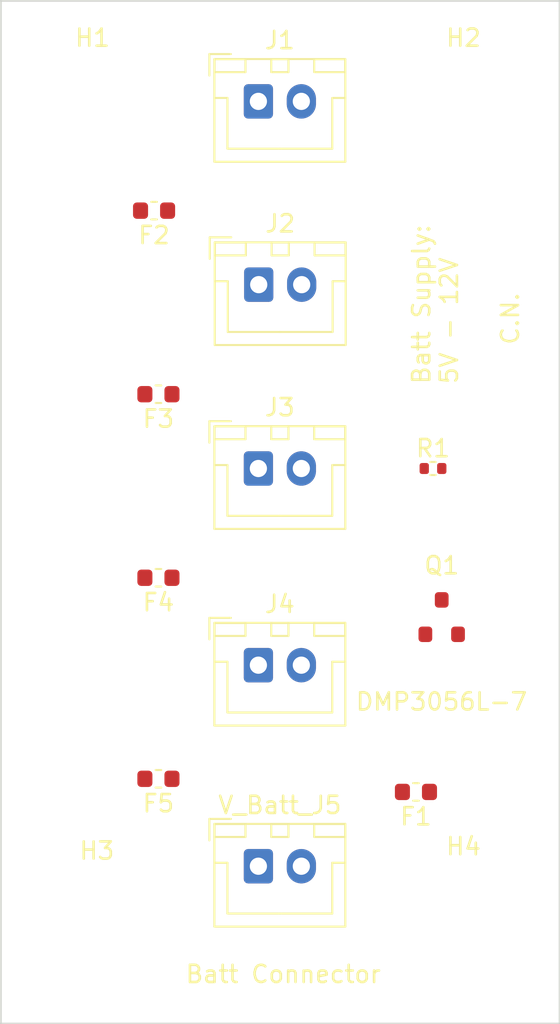
<source format=kicad_pcb>
(kicad_pcb (version 20221018) (generator pcbnew)
  (layers (0 "F.Cu" signal) (31 "B.Cu" signal) (34 "B.Paste" user) (35 "F.Paste" user) (36 "B.SilkS" user "B.Silkscreen") (37 "F.SilkS" user "F.Silkscreen") (38 "B.Mask" user) (39 "F.Mask" user) (44 "Edge.Cuts" user))
  (net 0 "")
  (net 1 "Net-(Q1-D)")
  (net 2 "Net-(J1-Pin_1)")
  (net 3 "Net-(Q1-S)")
  (net 4 "Net-(J2-Pin_1)")
  (net 5 "Net-(J3-Pin_1)")
  (net 6 "Net-(J4-Pin_1)")
  (net 7 "+ V_Batt")
  (net 8 "- V_BATT")
  (net 9 "Net-(Q1-G)")
  (footprint "MountingHole:MountingHole_3.2mm_M3" (layer "F.Cu") (at 89.408 110.744)
    (fp_text reference "H3" (at 0 -4.2) (layer "F.SilkS"))
    (fp_text value "MountingHole")
    (pad "" np_thru_hole circle (at 0 0) (size 3.2 3.2) (drill 3.2) (layers "F&B.Cu" "*.Mask"))
  )
  (footprint "Connector_JST:JST_XH_B2B-XH-A_1x02_P2.50mm_Vertical" (layer "F.Cu") (at 98.806 84.328)
    (fp_text reference "J3" (at 1.25 -3.55) (layer "F.SilkS"))
    (fp_text value "Conn_01x02")
    (fp_line (start -2.85 -2.75) (end -2.85 -1.5) (stroke (width 0.12)) (layer "F.SilkS"))
    (fp_line (start -2.56 -2.46) (end -2.56 3.51) (stroke (width 0.12)) (layer "F.SilkS"))
    (fp_line (start -2.56 3.51) (end 5.06 3.51) (stroke (width 0.12)) (layer "F.SilkS"))
    (fp_line (start -2.55 -2.45) (end -2.55 -1.7) (stroke (width 0.12)) (layer "F.SilkS"))
    (fp_line (start -2.55 -1.7) (end -0.75 -1.7) (stroke (width 0.12)) (layer "F.SilkS"))
    (fp_line (start -2.55 -0.2) (end -1.8 -0.2) (stroke (width 0.12)) (layer "F.SilkS"))
    (fp_line (start -1.8 -0.2) (end -1.8 2.75) (stroke (width 0.12)) (layer "F.SilkS"))
    (fp_line (start -1.8 2.75) (end 1.25 2.75) (stroke (width 0.12)) (layer "F.SilkS"))
    (fp_line (start -1.6 -2.75) (end -2.85 -2.75) (stroke (width 0.12)) (layer "F.SilkS"))
    (fp_line (start -0.75 -2.45) (end -2.55 -2.45) (stroke (width 0.12)) (layer "F.SilkS"))
    (fp_line (start -0.75 -1.7) (end -0.75 -2.45) (stroke (width 0.12)) (layer "F.SilkS"))
    (fp_line (start 0.75 -2.45) (end 0.75 -1.7) (stroke (width 0.12)) (layer "F.SilkS"))
    (fp_line (start 0.75 -1.7) (end 1.75 -1.7) (stroke (width 0.12)) (layer "F.SilkS"))
    (fp_line (start 1.75 -2.45) (end 0.75 -2.45) (stroke (width 0.12)) (layer "F.SilkS"))
    (fp_line (start 1.75 -1.7) (end 1.75 -2.45) (stroke (width 0.12)) (layer "F.SilkS"))
    (fp_line (start 3.25 -2.45) (end 3.25 -1.7) (stroke (width 0.12)) (layer "F.SilkS"))
    (fp_line (start 3.25 -1.7) (end 5.05 -1.7) (stroke (width 0.12)) (layer "F.SilkS"))
    (fp_line (start 4.3 -0.2) (end 4.3 2.75) (stroke (width 0.12)) (layer "F.SilkS"))
    (fp_line (start 4.3 2.75) (end 1.25 2.75) (stroke (width 0.12)) (layer "F.SilkS"))
    (fp_line (start 5.05 -2.45) (end 3.25 -2.45) (stroke (width 0.12)) (layer "F.SilkS"))
    (fp_line (start 5.05 -1.7) (end 5.05 -2.45) (stroke (width 0.12)) (layer "F.SilkS"))
    (fp_line (start 5.05 -0.2) (end 4.3 -0.2) (stroke (width 0.12)) (layer "F.SilkS"))
    (fp_line (start 5.06 -2.46) (end -2.56 -2.46) (stroke (width 0.12)) (layer "F.SilkS"))
    (fp_line (start 5.06 3.51) (end 5.06 -2.46) (stroke (width 0.12)) (layer "F.SilkS"))
    (pad "1" thru_hole roundrect (at 0 0) (size 1.7 2) (drill 1) (layers "*.Cu" "*.Mask") (roundrect_rratio 0.147059) (net 5 "Net-(J3-Pin_1)"))
    (pad "2" thru_hole oval (at 2.5 0) (size 1.7 2) (drill 1) (layers "*.Cu" "*.Mask") (net 8 "- V_BATT"))
  )
  (footprint "Connector_JST:JST_XH_B2B-XH-A_1x02_P2.50mm_Vertical" (layer "F.Cu") (at 98.806 107.442)
    (fp_text reference "V_Batt_J5" (at 1.25 -3.55) (layer "F.SilkS"))
    (fp_text value " Conn_01x02")
    (fp_line (start -2.85 -2.75) (end -2.85 -1.5) (stroke (width 0.12)) (layer "F.SilkS"))
    (fp_line (start -2.56 -2.46) (end -2.56 3.51) (stroke (width 0.12)) (layer "F.SilkS"))
    (fp_line (start -2.56 3.51) (end 5.06 3.51) (stroke (width 0.12)) (layer "F.SilkS"))
    (fp_line (start -2.55 -2.45) (end -2.55 -1.7) (stroke (width 0.12)) (layer "F.SilkS"))
    (fp_line (start -2.55 -1.7) (end -0.75 -1.7) (stroke (width 0.12)) (layer "F.SilkS"))
    (fp_line (start -2.55 -0.2) (end -1.8 -0.2) (stroke (width 0.12)) (layer "F.SilkS"))
    (fp_line (start -1.8 -0.2) (end -1.8 2.75) (stroke (width 0.12)) (layer "F.SilkS"))
    (fp_line (start -1.8 2.75) (end 1.25 2.75) (stroke (width 0.12)) (layer "F.SilkS"))
    (fp_line (start -1.6 -2.75) (end -2.85 -2.75) (stroke (width 0.12)) (layer "F.SilkS"))
    (fp_line (start -0.75 -2.45) (end -2.55 -2.45) (stroke (width 0.12)) (layer "F.SilkS"))
    (fp_line (start -0.75 -1.7) (end -0.75 -2.45) (stroke (width 0.12)) (layer "F.SilkS"))
    (fp_line (start 0.75 -2.45) (end 0.75 -1.7) (stroke (width 0.12)) (layer "F.SilkS"))
    (fp_line (start 0.75 -1.7) (end 1.75 -1.7) (stroke (width 0.12)) (layer "F.SilkS"))
    (fp_line (start 1.75 -2.45) (end 0.75 -2.45) (stroke (width 0.12)) (layer "F.SilkS"))
    (fp_line (start 1.75 -1.7) (end 1.75 -2.45) (stroke (width 0.12)) (layer "F.SilkS"))
    (fp_line (start 3.25 -2.45) (end 3.25 -1.7) (stroke (width 0.12)) (layer "F.SilkS"))
    (fp_line (start 3.25 -1.7) (end 5.05 -1.7) (stroke (width 0.12)) (layer "F.SilkS"))
    (fp_line (start 4.3 -0.2) (end 4.3 2.75) (stroke (width 0.12)) (layer "F.SilkS"))
    (fp_line (start 4.3 2.75) (end 1.25 2.75) (stroke (width 0.12)) (layer "F.SilkS"))
    (fp_line (start 5.05 -2.45) (end 3.25 -2.45) (stroke (width 0.12)) (layer "F.SilkS"))
    (fp_line (start 5.05 -1.7) (end 5.05 -2.45) (stroke (width 0.12)) (layer "F.SilkS"))
    (fp_line (start 5.05 -0.2) (end 4.3 -0.2) (stroke (width 0.12)) (layer "F.SilkS"))
    (fp_line (start 5.06 -2.46) (end -2.56 -2.46) (stroke (width 0.12)) (layer "F.SilkS"))
    (fp_line (start 5.06 3.51) (end 5.06 -2.46) (stroke (width 0.12)) (layer "F.SilkS"))
    (pad "1" thru_hole roundrect (at 0 0) (size 1.7 2) (drill 1) (layers "*.Cu" "*.Mask") (roundrect_rratio 0.147059) (net 7 "+ V_Batt"))
    (pad "2" thru_hole oval (at 2.5 0) (size 1.7 2) (drill 1) (layers "*.Cu" "*.Mask") (net 8 "- V_BATT"))
  )
  (footprint "Fuse:Fuse_0603_1608Metric" (layer "F.Cu") (at 92.9895 90.678 180)
    (fp_text reference "F4" (at 0 -1.43) (layer "F.SilkS"))
    (fp_text value "500mA Fuse")
    (fp_line (start -0.162779 -0.51) (end 0.162779 -0.51) (stroke (width 0.12)) (layer "F.SilkS"))
    (fp_line (start -0.162779 0.51) (end 0.162779 0.51) (stroke (width 0.12)) (layer "F.SilkS"))
    (pad "1" smd roundrect (at -0.7875 0 180) (size 0.875 0.95) (layers "F.Cu" "F.Paste" "F.Mask") (net 5 "Net-(J3-Pin_1)"))
    (pad "2" smd roundrect (at 0.7875 0 180) (size 0.875 0.95) (layers "F.Cu" "F.Paste" "F.Mask") (net 3 "Net-(Q1-S)"))
  )
  (footprint "Fuse:Fuse_0603_1608Metric" (layer "F.Cu") (at 92.9895 102.362 180)
    (fp_text reference "F5" (at 0 -1.43) (layer "F.SilkS"))
    (fp_text value "500mA Fuse")
    (fp_line (start -0.162779 -0.51) (end 0.162779 -0.51) (stroke (width 0.12)) (layer "F.SilkS"))
    (fp_line (start -0.162779 0.51) (end 0.162779 0.51) (stroke (width 0.12)) (layer "F.SilkS"))
    (pad "1" smd roundrect (at -0.7875 0 180) (size 0.875 0.95) (layers "F.Cu" "F.Paste" "F.Mask") (net 6 "Net-(J4-Pin_1)"))
    (pad "2" smd roundrect (at 0.7875 0 180) (size 0.875 0.95) (layers "F.Cu" "F.Paste" "F.Mask") (net 3 "Net-(Q1-S)"))
  )
  (footprint "Transistor_Packages:SOT23_Standard" (layer "F.Cu") (at 109.474 92.964)
    (fp_text reference "Q1" (at 0 -3 unlocked) (layer "F.SilkS"))
    (fp_text value "Q_PMOS_DGS")
    (fp_text user "DMP3056L-7" (at -5.08 5.5 unlocked) (layer "F.SilkS") (effects (justify left bottom)))
    (pad "1" smd roundrect (at 0.95 1) (size 0.8 0.9) (layers "F.Cu" "F.Paste" "F.Mask") (net 1 "Net-(Q1-D)"))
    (pad "2" smd roundrect (at 0 -1) (size 0.8 0.9) (layers "F.Cu" "F.Paste" "F.Mask") (net 9 "Net-(Q1-G)"))
    (pad "3" smd roundrect (at -0.95 1) (size 0.8 0.9) (layers "F.Cu" "F.Paste" "F.Mask") (net 3 "Net-(Q1-S)"))
  )
  (footprint "Connector_JST:JST_XH_B2B-XH-A_1x02_P2.50mm_Vertical" (layer "F.Cu") (at 98.806 62.992)
    (fp_text reference "J1" (at 1.25 -3.55) (layer "F.SilkS"))
    (fp_text value "Conn_01x02")
    (fp_line (start -2.85 -2.75) (end -2.85 -1.5) (stroke (width 0.12)) (layer "F.SilkS"))
    (fp_line (start -2.56 -2.46) (end -2.56 3.51) (stroke (width 0.12)) (layer "F.SilkS"))
    (fp_line (start -2.56 3.51) (end 5.06 3.51) (stroke (width 0.12)) (layer "F.SilkS"))
    (fp_line (start -2.55 -2.45) (end -2.55 -1.7) (stroke (width 0.12)) (layer "F.SilkS"))
    (fp_line (start -2.55 -1.7) (end -0.75 -1.7) (stroke (width 0.12)) (layer "F.SilkS"))
    (fp_line (start -2.55 -0.2) (end -1.8 -0.2) (stroke (width 0.12)) (layer "F.SilkS"))
    (fp_line (start -1.8 -0.2) (end -1.8 2.75) (stroke (width 0.12)) (layer "F.SilkS"))
    (fp_line (start -1.8 2.75) (end 1.25 2.75) (stroke (width 0.12)) (layer "F.SilkS"))
    (fp_line (start -1.6 -2.75) (end -2.85 -2.75) (stroke (width 0.12)) (layer "F.SilkS"))
    (fp_line (start -0.75 -2.45) (end -2.55 -2.45) (stroke (width 0.12)) (layer "F.SilkS"))
    (fp_line (start -0.75 -1.7) (end -0.75 -2.45) (stroke (width 0.12)) (layer "F.SilkS"))
    (fp_line (start 0.75 -2.45) (end 0.75 -1.7) (stroke (width 0.12)) (layer "F.SilkS"))
    (fp_line (start 0.75 -1.7) (end 1.75 -1.7) (stroke (width 0.12)) (layer "F.SilkS"))
    (fp_line (start 1.75 -2.45) (end 0.75 -2.45) (stroke (width 0.12)) (layer "F.SilkS"))
    (fp_line (start 1.75 -1.7) (end 1.75 -2.45) (stroke (width 0.12)) (layer "F.SilkS"))
    (fp_line (start 3.25 -2.45) (end 3.25 -1.7) (stroke (width 0.12)) (layer "F.SilkS"))
    (fp_line (start 3.25 -1.7) (end 5.05 -1.7) (stroke (width 0.12)) (layer "F.SilkS"))
    (fp_line (start 4.3 -0.2) (end 4.3 2.75) (stroke (width 0.12)) (layer "F.SilkS"))
    (fp_line (start 4.3 2.75) (end 1.25 2.75) (stroke (width 0.12)) (layer "F.SilkS"))
    (fp_line (start 5.05 -2.45) (end 3.25 -2.45) (stroke (width 0.12)) (layer "F.SilkS"))
    (fp_line (start 5.05 -1.7) (end 5.05 -2.45) (stroke (width 0.12)) (layer "F.SilkS"))
    (fp_line (start 5.05 -0.2) (end 4.3 -0.2) (stroke (width 0.12)) (layer "F.SilkS"))
    (fp_line (start 5.06 -2.46) (end -2.56 -2.46) (stroke (width 0.12)) (layer "F.SilkS"))
    (fp_line (start 5.06 3.51) (end 5.06 -2.46) (stroke (width 0.12)) (layer "F.SilkS"))
    (pad "1" thru_hole roundrect (at 0 0) (size 1.7 2) (drill 1) (layers "*.Cu" "*.Mask") (roundrect_rratio 0.147059) (net 2 "Net-(J1-Pin_1)"))
    (pad "2" thru_hole oval (at 2.5 0) (size 1.7 2) (drill 1) (layers "*.Cu" "*.Mask") (net 8 "- V_BATT"))
  )
  (footprint "Fuse:Fuse_0603_1608Metric" (layer "F.Cu") (at 107.9755 103.124 180)
    (fp_text reference "F1" (at 0 -1.43) (layer "F.SilkS"))
    (fp_text value "800mA Fuse")
    (fp_line (start -0.162779 -0.51) (end 0.162779 -0.51) (stroke (width 0.12)) (layer "F.SilkS"))
    (fp_line (start -0.162779 0.51) (end 0.162779 0.51) (stroke (width 0.12)) (layer "F.SilkS"))
    (pad "1" smd roundrect (at -0.7875 0 180) (size 0.875 0.95) (layers "F.Cu" "F.Paste" "F.Mask") (net 7 "+ V_Batt"))
    (pad "2" smd roundrect (at 0.7875 0 180) (size 0.875 0.95) (layers "F.Cu" "F.Paste" "F.Mask") (net 1 "Net-(Q1-D)"))
  )
  (footprint "MountingHole:MountingHole_3.2mm_M3" (layer "F.Cu") (at 89.154 63.5)
    (fp_text reference "H1" (at 0 -4.2) (layer "F.SilkS"))
    (fp_text value "MountingHole")
    (pad "" np_thru_hole circle (at 0 0) (size 3.2 3.2) (drill 3.2) (layers "*.Cu" "*.Mask"))
  )
  (footprint "Connector_JST:JST_XH_B2B-XH-A_1x02_P2.50mm_Vertical" (layer "F.Cu") (at 98.826 73.643)
    (fp_text reference "J2" (at 1.25 -3.55) (layer "F.SilkS"))
    (fp_text value "Conn_01x02")
    (fp_line (start -2.85 -2.75) (end -2.85 -1.5) (stroke (width 0.12)) (layer "F.SilkS"))
    (fp_line (start -2.56 -2.46) (end -2.56 3.51) (stroke (width 0.12)) (layer "F.SilkS"))
    (fp_line (start -2.56 3.51) (end 5.06 3.51) (stroke (width 0.12)) (layer "F.SilkS"))
    (fp_line (start -2.55 -2.45) (end -2.55 -1.7) (stroke (width 0.12)) (layer "F.SilkS"))
    (fp_line (start -2.55 -1.7) (end -0.75 -1.7) (stroke (width 0.12)) (layer "F.SilkS"))
    (fp_line (start -2.55 -0.2) (end -1.8 -0.2) (stroke (width 0.12)) (layer "F.SilkS"))
    (fp_line (start -1.8 -0.2) (end -1.8 2.75) (stroke (width 0.12)) (layer "F.SilkS"))
    (fp_line (start -1.8 2.75) (end 1.25 2.75) (stroke (width 0.12)) (layer "F.SilkS"))
    (fp_line (start -1.6 -2.75) (end -2.85 -2.75) (stroke (width 0.12)) (layer "F.SilkS"))
    (fp_line (start -0.75 -2.45) (end -2.55 -2.45) (stroke (width 0.12)) (layer "F.SilkS"))
    (fp_line (start -0.75 -1.7) (end -0.75 -2.45) (stroke (width 0.12)) (layer "F.SilkS"))
    (fp_line (start 0.75 -2.45) (end 0.75 -1.7) (stroke (width 0.12)) (layer "F.SilkS"))
    (fp_line (start 0.75 -1.7) (end 1.75 -1.7) (stroke (width 0.12)) (layer "F.SilkS"))
    (fp_line (start 1.75 -2.45) (end 0.75 -2.45) (stroke (width 0.12)) (layer "F.SilkS"))
    (fp_line (start 1.75 -1.7) (end 1.75 -2.45) (stroke (width 0.12)) (layer "F.SilkS"))
    (fp_line (start 3.25 -2.45) (end 3.25 -1.7) (stroke (width 0.12)) (layer "F.SilkS"))
    (fp_line (start 3.25 -1.7) (end 5.05 -1.7) (stroke (width 0.12)) (layer "F.SilkS"))
    (fp_line (start 4.3 -0.2) (end 4.3 2.75) (stroke (width 0.12)) (layer "F.SilkS"))
    (fp_line (start 4.3 2.75) (end 1.25 2.75) (stroke (width 0.12)) (layer "F.SilkS"))
    (fp_line (start 5.05 -2.45) (end 3.25 -2.45) (stroke (width 0.12)) (layer "F.SilkS"))
    (fp_line (start 5.05 -1.7) (end 5.05 -2.45) (stroke (width 0.12)) (layer "F.SilkS"))
    (fp_line (start 5.05 -0.2) (end 4.3 -0.2) (stroke (width 0.12)) (layer "F.SilkS"))
    (fp_line (start 5.06 -2.46) (end -2.56 -2.46) (stroke (width 0.12)) (layer "F.SilkS"))
    (fp_line (start 5.06 3.51) (end 5.06 -2.46) (stroke (width 0.12)) (layer "F.SilkS"))
    (pad "1" thru_hole roundrect (at 0 0) (size 1.7 2) (drill 1) (layers "*.Cu" "*.Mask") (roundrect_rratio 0.147059) (net 4 "Net-(J2-Pin_1)"))
    (pad "2" thru_hole oval (at 2.5 0) (size 1.7 2) (drill 1) (layers "*.Cu" "*.Mask") (net 8 "- V_BATT"))
  )
  (footprint "Resistor_SMD:R_0402_1005Metric" (layer "F.Cu") (at 108.968 84.328)
    (fp_text reference "R1" (at 0 -1.17) (layer "F.SilkS"))
    (fp_text value "1K")
    (fp_line (start -0.153641 -0.38) (end 0.153641 -0.38) (stroke (width 0.12)) (layer "F.SilkS"))
    (fp_line (start -0.153641 0.38) (end 0.153641 0.38) (stroke (width 0.12)) (layer "F.SilkS"))
    (pad "1" smd roundrect (at -0.51 0) (size 0.54 0.64) (layers "F.Cu" "F.Paste" "F.Mask") (net 9 "Net-(Q1-G)"))
    (pad "2" smd roundrect (at 0.51 0) (size 0.54 0.64) (layers "F.Cu" "F.Paste" "F.Mask") (net 8 "- V_BATT"))
  )
  (footprint "Connector_JST:JST_XH_B2B-XH-A_1x02_P2.50mm_Vertical" (layer "F.Cu") (at 98.806 95.758)
    (fp_text reference "J4" (at 1.25 -3.55) (layer "F.SilkS"))
    (fp_text value "Conn_01x02")
    (fp_line (start -2.85 -2.75) (end -2.85 -1.5) (stroke (width 0.12)) (layer "F.SilkS"))
    (fp_line (start -2.56 -2.46) (end -2.56 3.51) (stroke (width 0.12)) (layer "F.SilkS"))
    (fp_line (start -2.56 3.51) (end 5.06 3.51) (stroke (width 0.12)) (layer "F.SilkS"))
    (fp_line (start -2.55 -2.45) (end -2.55 -1.7) (stroke (width 0.12)) (layer "F.SilkS"))
    (fp_line (start -2.55 -1.7) (end -0.75 -1.7) (stroke (width 0.12)) (layer "F.SilkS"))
    (fp_line (start -2.55 -0.2) (end -1.8 -0.2) (stroke (width 0.12)) (layer "F.SilkS"))
    (fp_line (start -1.8 -0.2) (end -1.8 2.75) (stroke (width 0.12)) (layer "F.SilkS"))
    (fp_line (start -1.8 2.75) (end 1.25 2.75) (stroke (width 0.12)) (layer "F.SilkS"))
    (fp_line (start -1.6 -2.75) (end -2.85 -2.75) (stroke (width 0.12)) (layer "F.SilkS"))
    (fp_line (start -0.75 -2.45) (end -2.55 -2.45) (stroke (width 0.12)) (layer "F.SilkS"))
    (fp_line (start -0.75 -1.7) (end -0.75 -2.45) (stroke (width 0.12)) (layer "F.SilkS"))
    (fp_line (start 0.75 -2.45) (end 0.75 -1.7) (stroke (width 0.12)) (layer "F.SilkS"))
    (fp_line (start 0.75 -1.7) (end 1.75 -1.7) (stroke (width 0.12)) (layer "F.SilkS"))
    (fp_line (start 1.75 -2.45) (end 0.75 -2.45) (stroke (width 0.12)) (layer "F.SilkS"))
    (fp_line (start 1.75 -1.7) (end 1.75 -2.45) (stroke (width 0.12)) (layer "F.SilkS"))
    (fp_line (start 3.25 -2.45) (end 3.25 -1.7) (stroke (width 0.12)) (layer "F.SilkS"))
    (fp_line (start 3.25 -1.7) (end 5.05 -1.7) (stroke (width 0.12)) (layer "F.SilkS"))
    (fp_line (start 4.3 -0.2) (end 4.3 2.75) (stroke (width 0.12)) (layer "F.SilkS"))
    (fp_line (start 4.3 2.75) (end 1.25 2.75) (stroke (width 0.12)) (layer "F.SilkS"))
    (fp_line (start 5.05 -2.45) (end 3.25 -2.45) (stroke (width 0.12)) (layer "F.SilkS"))
    (fp_line (start 5.05 -1.7) (end 5.05 -2.45) (stroke (width 0.12)) (layer "F.SilkS"))
    (fp_line (start 5.05 -0.2) (end 4.3 -0.2) (stroke (width 0.12)) (layer "F.SilkS"))
    (fp_line (start 5.06 -2.46) (end -2.56 -2.46) (stroke (width 0.12)) (layer "F.SilkS"))
    (fp_line (start 5.06 3.51) (end 5.06 -2.46) (stroke (width 0.12)) (layer "F.SilkS"))
    (pad "1" thru_hole roundrect (at 0 0) (size 1.7 2) (drill 1) (layers "*.Cu" "*.Mask") (roundrect_rratio 0.147059) (net 6 "Net-(J4-Pin_1)"))
    (pad "2" thru_hole oval (at 2.5 0) (size 1.7 2) (drill 1) (layers "*.Cu" "*.Mask") (net 8 "- V_BATT"))
  )
  (footprint "MountingHole:MountingHole_3.2mm_M3" (layer "F.Cu") (at 110.744 110.49)
    (fp_text reference "H4" (at 0 -4.2) (layer "F.SilkS"))
    (fp_text value "MountingHole")
    (pad "" np_thru_hole circle (at 0 0) (size 3.2 3.2) (drill 3.2) (layers "*.Cu" "*.Mask"))
  )
  (footprint "MountingHole:MountingHole_3.2mm_M3" (layer "F.Cu") (at 110.744 63.5)
    (fp_text reference "H2" (at 0 -4.2) (layer "F.SilkS"))
    (fp_text value "MountingHole")
    (pad "" np_thru_hole circle (at 0 0) (size 3.2 3.2) (drill 3.2) (layers "*.Cu" "*.Mask"))
  )
  (footprint "Fuse:Fuse_0603_1608Metric" (layer "F.Cu") (at 92.7355 69.342 180)
    (fp_text reference "F2" (at 0 -1.43) (layer "F.SilkS"))
    (fp_text value "500mA Fuse")
    (fp_line (start -0.162779 -0.51) (end 0.162779 -0.51) (stroke (width 0.12)) (layer "F.SilkS"))
    (fp_line (start -0.162779 0.51) (end 0.162779 0.51) (stroke (width 0.12)) (layer "F.SilkS"))
    (pad "1" smd roundrect (at -0.7875 0 180) (size 0.875 0.95) (layers "F.Cu" "F.Paste" "F.Mask") (net 2 "Net-(J1-Pin_1)"))
    (pad "2" smd roundrect (at 0.7875 0 180) (size 0.875 0.95) (layers "F.Cu" "F.Paste" "F.Mask") (net 3 "Net-(Q1-S)"))
  )
  (footprint "Fuse:Fuse_0603_1608Metric" (layer "F.Cu") (at 92.9895 80.01 180)
    (fp_text reference "F3" (at 0 -1.43) (layer "F.SilkS"))
    (fp_text value "500 mAFuse")
    (fp_line (start -0.162779 -0.51) (end 0.162779 -0.51) (stroke (width 0.12)) (layer "F.SilkS"))
    (fp_line (start -0.162779 0.51) (end 0.162779 0.51) (stroke (width 0.12)) (layer "F.SilkS"))
    (pad "1" smd roundrect (at -0.7875 0 180) (size 0.875 0.95) (layers "F.Cu" "F.Paste" "F.Mask") (net 4 "Net-(J2-Pin_1)"))
    (pad "2" smd roundrect (at 0.7875 0 180) (size 0.875 0.95) (layers "F.Cu" "F.Paste" "F.Mask") (net 3 "Net-(Q1-S)"))
  )
  (gr_rect (start 83.82 57.15) (end 116.332 116.586) (stroke (width 0.1)) (fill none) (layer "Edge.Cuts"))
  (gr_text "Batt Connector\n" (at 94.488 114.3) (layer "F.SilkS") (effects (font (size 1 1)) (justify left bottom)))
  (gr_text "Batt Supply:\n5V - 12V" (at 110.49 79.502 90) (layer "F.SilkS") (effects (font (size 1 1)) (justify left bottom)))
  (gr_text "C.N." (at 114.046 77.216 90) (layer "F.SilkS") (effects (font (size 1 1)) (justify left bottom)))
)
</source>
